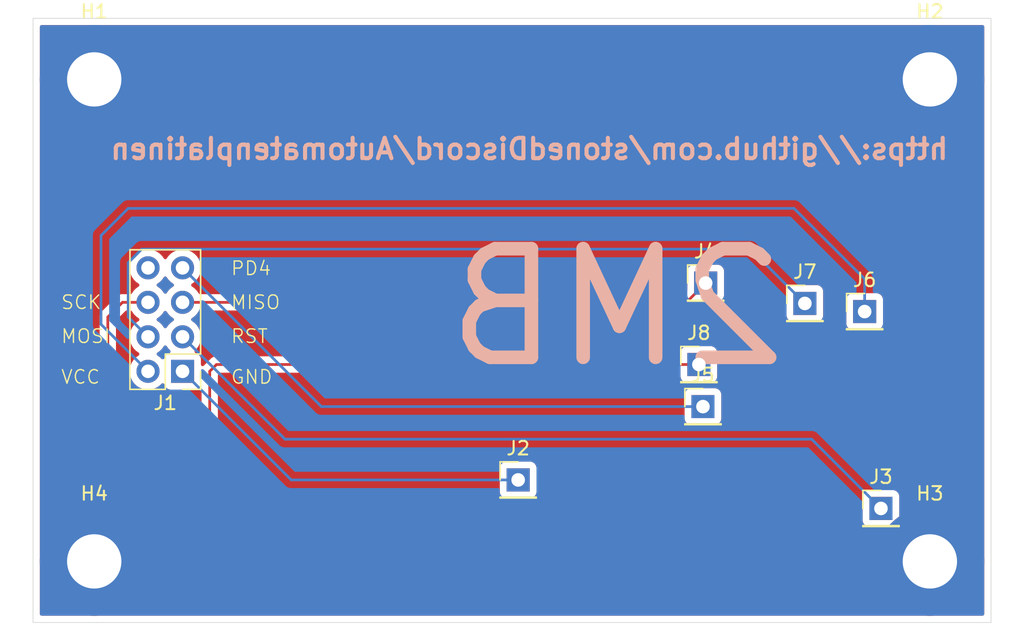
<source format=kicad_pcb>
(kicad_pcb (version 20240108) (generator "pcbnew") (generator_version "8.0")
  (layers (0 "F.Cu" signal) (31 "B.Cu" signal) (34 "B.Paste" user) (35 "F.Paste" user) (36 "B.SilkS" user "B.Silkscreen") (37 "F.SilkS" user "F.Silkscreen") (38 "B.Mask" user) (39 "F.Mask" user) (44 "Edge.Cuts" user))
  (net 0 "")
  (net 1 "Net-(J1-Pin_6)")
  (net 2 "Net-(J1-Pin_4)")
  (net 3 "Net-(J1-Pin_3)")
  (net 4 "/GND")
  (net 5 "Net-(J1-Pin_5)")
  (net 6 "Net-(J1-Pin_7)")
  (net 8 "Net-(J1-Pin_2)")
  (footprint "Connector_PinHeader_2.54mm:PinHeader_1x01_P2.54mm_Vertical" (layer "F.Cu") (at 173.4 104.1)
    (property "Reference" "J3" (at 0 -2.33 0) (layer "F.SilkS"))
    (property "Value" "Conn_01x01_Pin")
    (fp_line (start -1.33 -1.33) (end 0 -1.33) (stroke (width 0.12)) (layer "F.SilkS"))
    (fp_line (start -1.33 0) (end -1.33 -1.33) (stroke (width 0.12)) (layer "F.SilkS"))
    (fp_line (start -1.33 1.27) (end -1.33 1.33) (stroke (width 0.12)) (layer "F.SilkS"))
    (fp_line (start -1.33 1.27) (end 1.33 1.27) (stroke (width 0.12)) (layer "F.SilkS"))
    (fp_line (start -1.33 1.33) (end 1.33 1.33) (stroke (width 0.12)) (layer "F.SilkS"))
    (fp_line (start 1.33 1.27) (end 1.33 1.33) (stroke (width 0.12)) (layer "F.SilkS"))
    (pad "1" thru_hole rect (at 0 0) (size 1.7 1.7) (drill 1) (layers "*.Cu" "*.Mask") (net 3 "Net-(J1-Pin_3)"))
  )
  (footprint "Connector_PinHeader_2.54mm:PinHeader_1x01_P2.54mm_Vertical" (layer "F.Cu") (at 146.7 102)
    (property "Reference" "J2" (at 0 -2.33 0) (layer "F.SilkS"))
    (property "Value" "Conn_01x01_Pin")
    (fp_line (start -1.33 -1.33) (end 0 -1.33) (stroke (width 0.12)) (layer "F.SilkS"))
    (fp_line (start -1.33 0) (end -1.33 -1.33) (stroke (width 0.12)) (layer "F.SilkS"))
    (fp_line (start -1.33 1.27) (end -1.33 1.33) (stroke (width 0.12)) (layer "F.SilkS"))
    (fp_line (start -1.33 1.27) (end 1.33 1.27) (stroke (width 0.12)) (layer "F.SilkS"))
    (fp_line (start -1.33 1.33) (end 1.33 1.33) (stroke (width 0.12)) (layer "F.SilkS"))
    (fp_line (start 1.33 1.27) (end 1.33 1.33) (stroke (width 0.12)) (layer "F.SilkS"))
    (pad "1" thru_hole rect (at 0 0) (size 1.7 1.7) (drill 1) (layers "*.Cu" "*.Mask") (net 4 "/GND"))
  )
  (footprint "MountingHole:MountingHole_4mm_Pad" (layer "F.Cu") (at 115.5 108)
    (property "Reference" "H4" (at 0 -5 0) (layer "F.SilkS"))
    (property "Value" "MountingHole_Pad")
    (pad "1" thru_hole circle (at 0 0) (size 8 8) (drill 4) (layers "*.Cu" "*.Mask"))
  )
  (footprint "Connector_PinHeader_2.54mm:PinHeader_2x04_P2.54mm_Vertical" (layer "F.Cu") (at 122 94 180)
    (property "Reference" "J1" (at 1.27 -2.33 0) (layer "F.SilkS"))
    (property "Value" "Conn_02x04_Odd_Even")
    (fp_line (start 3.87 -1.33) (end 3.87 8.95) (stroke (width 0.12)) (layer "F.SilkS"))
    (fp_line (start 1.27 1.27) (end 1.27 -1.33) (stroke (width 0.12)) (layer "F.SilkS"))
    (fp_line (start 1.27 -1.33) (end 3.87 -1.33) (stroke (width 0.12)) (layer "F.SilkS"))
    (fp_line (start -1.33 8.95) (end 3.87 8.95) (stroke (width 0.12)) (layer "F.SilkS"))
    (fp_line (start -1.33 1.27) (end 1.27 1.27) (stroke (width 0.12)) (layer "F.SilkS"))
    (fp_line (start -1.33 1.27) (end -1.33 8.95) (stroke (width 0.12)) (layer "F.SilkS"))
    (fp_line (start -1.33 0) (end -1.33 -1.33) (stroke (width 0.12)) (layer "F.SilkS"))
    (fp_line (start -1.33 -1.33) (end 0 -1.33) (stroke (width 0.12)) (layer "F.SilkS"))
    (pad "1" thru_hole rect (at 0 0 180) (size 1.7 1.7) (drill 1) (layers "*.Cu" "*.Mask") (net 4 "/GND"))
    (pad "2" thru_hole oval (at 2.54 0 180) (size 1.7 1.7) (drill 1) (layers "*.Cu" "*.Mask") (net 8 "Net-(J1-Pin_2)"))
    (pad "3" thru_hole oval (at 0 2.54 180) (size 1.7 1.7) (drill 1) (layers "*.Cu" "*.Mask") (net 3 "Net-(J1-Pin_3)"))
    (pad "4" thru_hole oval (at 2.54 2.54 180) (size 1.7 1.7) (drill 1) (layers "*.Cu" "*.Mask") (net 2 "Net-(J1-Pin_4)"))
    (pad "5" thru_hole oval (at 0 5.08 180) (size 1.7 1.7) (drill 1) (layers "*.Cu" "*.Mask") (net 5 "Net-(J1-Pin_5)"))
    (pad "6" thru_hole oval (at 2.54 5.08 180) (size 1.7 1.7) (drill 1) (layers "*.Cu" "*.Mask") (net 1 "Net-(J1-Pin_6)"))
    (pad "7" thru_hole oval (at 0 7.62 180) (size 1.7 1.7) (drill 1) (layers "*.Cu" "*.Mask") (net 6 "Net-(J1-Pin_7)"))
    (pad "8" thru_hole oval (at 2.54 7.62 180) (size 1.7 1.7) (drill 1) (layers "*.Cu" "*.Mask"))
  )
  (footprint "MountingHole:MountingHole_4mm_Pad" (layer "F.Cu") (at 177 108)
    (property "Reference" "H3" (at 0 -5 0) (layer "F.SilkS"))
    (property "Value" "MountingHole_Pad")
    (pad "1" thru_hole circle (at 0 0) (size 8 8) (drill 4) (layers "*.Cu" "*.Mask"))
  )
  (footprint "MountingHole:MountingHole_4mm_Pad" (layer "F.Cu") (at 177 72.5)
    (property "Reference" "H2" (at 0 -5 0) (layer "F.SilkS"))
    (property "Value" "MountingHole_Pad")
    (pad "1" thru_hole circle (at 0 0) (size 8 8) (drill 4) (layers "*.Cu" "*.Mask"))
  )
  (footprint "Connector_PinHeader_2.54mm:PinHeader_1x01_P2.54mm_Vertical" (layer "F.Cu") (at 160.5 87.5)
    (property "Reference" "J4" (at 0 -2.33 0) (layer "F.SilkS"))
    (property "Value" "Conn_01x01_Pin")
    (fp_line (start -1.33 -1.33) (end 0 -1.33) (stroke (width 0.12)) (layer "F.SilkS"))
    (fp_line (start -1.33 0) (end -1.33 -1.33) (stroke (width 0.12)) (layer "F.SilkS"))
    (fp_line (start -1.33 1.27) (end -1.33 1.33) (stroke (width 0.12)) (layer "F.SilkS"))
    (fp_line (start -1.33 1.27) (end 1.33 1.27) (stroke (width 0.12)) (layer "F.SilkS"))
    (fp_line (start -1.33 1.33) (end 1.33 1.33) (stroke (width 0.12)) (layer "F.SilkS"))
    (fp_line (start 1.33 1.27) (end 1.33 1.33) (stroke (width 0.12)) (layer "F.SilkS"))
    (pad "1" thru_hole rect (at 0 0) (size 1.7 1.7) (drill 1) (layers "*.Cu" "*.Mask") (net 5 "Net-(J1-Pin_5)"))
  )
  (footprint "Connector_PinHeader_2.54mm:PinHeader_1x01_P2.54mm_Vertical" (layer "F.Cu") (at 172.2 89.6)
    (property "Reference" "J6" (at 0 -2.33 0) (layer "F.SilkS"))
    (property "Value" "Conn_01x01_Pin")
    (fp_line (start -1.33 -1.33) (end 0 -1.33) (stroke (width 0.12)) (layer "F.SilkS"))
    (fp_line (start -1.33 0) (end -1.33 -1.33) (stroke (width 0.12)) (layer "F.SilkS"))
    (fp_line (start -1.33 1.27) (end -1.33 1.33) (stroke (width 0.12)) (layer "F.SilkS"))
    (fp_line (start -1.33 1.27) (end 1.33 1.27) (stroke (width 0.12)) (layer "F.SilkS"))
    (fp_line (start -1.33 1.33) (end 1.33 1.33) (stroke (width 0.12)) (layer "F.SilkS"))
    (fp_line (start 1.33 1.27) (end 1.33 1.33) (stroke (width 0.12)) (layer "F.SilkS"))
    (pad "1" thru_hole rect (at 0 0) (size 1.7 1.7) (drill 1) (layers "*.Cu" "*.Mask") (net 8 "Net-(J1-Pin_2)"))
  )
  (footprint "MountingHole:MountingHole_4mm_Pad" (layer "F.Cu") (at 115.5 72.5)
    (property "Reference" "H1" (at 0 -5 0) (layer "F.SilkS"))
    (property "Value" "MountingHole_Pad")
    (pad "1" thru_hole circle (at 0 0) (size 8 8) (drill 4) (layers "*.Cu" "*.Mask"))
  )
  (footprint "Connector_PinHeader_2.54mm:PinHeader_1x01_P2.54mm_Vertical" (layer "F.Cu") (at 160.3 96.6)
    (property "Reference" "J5" (at 0 -2.33 0) (layer "F.SilkS"))
    (property "Value" "Conn_01x01_Pin")
    (fp_line (start -1.33 -1.33) (end 0 -1.33) (stroke (width 0.12)) (layer "F.SilkS"))
    (fp_line (start -1.33 0) (end -1.33 -1.33) (stroke (width 0.12)) (layer "F.SilkS"))
    (fp_line (start -1.33 1.27) (end -1.33 1.33) (stroke (width 0.12)) (layer "F.SilkS"))
    (fp_line (start -1.33 1.27) (end 1.33 1.27) (stroke (width 0.12)) (layer "F.SilkS"))
    (fp_line (start -1.33 1.33) (end 1.33 1.33) (stroke (width 0.12)) (layer "F.SilkS"))
    (fp_line (start 1.33 1.27) (end 1.33 1.33) (stroke (width 0.12)) (layer "F.SilkS"))
    (pad "1" thru_hole rect (at 0 0) (size 1.7 1.7) (drill 1) (layers "*.Cu" "*.Mask") (net 6 "Net-(J1-Pin_7)"))
  )
  (footprint "Connector_PinHeader_2.54mm:PinHeader_1x01_P2.54mm_Vertical" (layer "F.Cu") (at 160 93.5)
    (property "Reference" "J8" (at 0 -2.33 0) (layer "F.SilkS"))
    (property "Value" "Conn_01x01_Pin")
    (fp_line (start -1.33 -1.33) (end 0 -1.33) (stroke (width 0.12)) (layer "F.SilkS"))
    (fp_line (start -1.33 0) (end -1.33 -1.33) (stroke (width 0.12)) (layer "F.SilkS"))
    (fp_line (start -1.33 1.27) (end -1.33 1.33) (stroke (width 0.12)) (layer "F.SilkS"))
    (fp_line (start -1.33 1.27) (end 1.33 1.27) (stroke (width 0.12)) (layer "F.SilkS"))
    (fp_line (start -1.33 1.33) (end 1.33 1.33) (stroke (width 0.12)) (layer "F.SilkS"))
    (fp_line (start 1.33 1.27) (end 1.33 1.33) (stroke (width 0.12)) (layer "F.SilkS"))
    (pad "1" thru_hole rect (at 0 0) (size 1.7 1.7) (drill 1) (layers "*.Cu" "*.Mask") (net 1 "Net-(J1-Pin_6)"))
  )
  (footprint "Connector_PinHeader_2.54mm:PinHeader_1x01_P2.54mm_Vertical" (layer "F.Cu") (at 167.8 89)
    (property "Reference" "J7" (at 0 -2.33 0) (layer "F.SilkS"))
    (property "Value" "Conn_01x01_Pin")
    (fp_line (start -1.33 -1.33) (end 0 -1.33) (stroke (width 0.12)) (layer "F.SilkS"))
    (fp_line (start -1.33 0) (end -1.33 -1.33) (stroke (width 0.12)) (layer "F.SilkS"))
    (fp_line (start -1.33 1.27) (end -1.33 1.33) (stroke (width 0.12)) (layer "F.SilkS"))
    (fp_line (start -1.33 1.27) (end 1.33 1.27) (stroke (width 0.12)) (layer "F.SilkS"))
    (fp_line (start -1.33 1.33) (end 1.33 1.33) (stroke (width 0.12)) (layer "F.SilkS"))
    (fp_line (start 1.33 1.27) (end 1.33 1.33) (stroke (width 0.12)) (layer "F.SilkS"))
    (pad "1" thru_hole rect (at 0 0) (size 1.7 1.7) (drill 1) (layers "*.Cu" "*.Mask") (net 2 "Net-(J1-Pin_4)"))
  )
  (gr_rect (start 111 68) (end 181.5 112.5) (stroke (width 0.05)) (fill none) (layer "Edge.Cuts"))
  (gr_text "2MB" (at 167 94 0) (layer "B.SilkS") (effects (font (size 8 8) (thickness 1)) (justify left bottom mirror)))
  (gr_text "https://github.com/stonedDiscord/Automatenplatinen" (at 178.5 78.5 0) (layer "B.SilkS") (effects (font (size 1.5 1.5) (thickness 0.3) (bold yes)) (justify left bottom mirror)))
  (gr_text "MISO" (at 125.5 89.5 0) (layer "F.SilkS") (effects (font (size 1 1) (thickness 0.1)) (justify left bottom)))
  (gr_text "SCK" (at 113 89.5 0) (layer "F.SilkS") (effects (font (size 1 1) (thickness 0.1)) (justify left bottom)))
  (gr_text "VCC" (at 113 95 0) (layer "F.SilkS") (effects (font (size 1 1) (thickness 0.1)) (justify left bottom)))
  (gr_text "PD4" (at 125.5 87 0) (layer "F.SilkS") (effects (font (size 1 1) (thickness 0.1)) (justify left bottom)))
  (gr_text "MOSI" (at 113 92 0) (layer "F.SilkS") (effects (font (size 1 1) (thickness 0.1)) (justify left bottom)))
  (gr_text "GND" (at 125.5 95 0) (layer "F.SilkS") (effects (font (size 1 1) (thickness 0.1)) (justify left bottom)))
  (gr_text "RST" (at 125.5 92 0) (layer "F.SilkS") (effects (font (size 1 1) (thickness 0.1)) (justify left bottom)))
  (segment (start 116.5 97) (end 117.5 98) (width 0.2) (layer "F.Cu") (net 1))
  (segment (start 117.58 88.92) (end 116.5 90) (width 0.2) (layer "F.Cu") (net 1))
  (segment (start 119.46 88.92) (end 117.58 88.92) (width 0.2) (layer "F.Cu") (net 1))
  (segment (start 124 94) (end 124.5 93.5) (width 0.2) (layer "F.Cu") (net 1))
  (segment (start 124.5 93.5) (end 160 93.5) (width 0.2) (layer "F.Cu") (net 1))
  (segment (start 116.5 90) (end 116.5 97) (width 0.2) (layer "F.Cu") (net 1))
  (segment (start 124 98) (end 124 94) (width 0.2) (layer "F.Cu") (net 1))
  (segment (start 117.5 98) (end 124 98) (width 0.2) (layer "F.Cu") (net 1))
  (segment (start 118 90) (end 119.46 91.46) (width 0.2) (layer "B.Cu") (net 2))
  (segment (start 167.8 89) (end 163.8 85) (width 0.2) (layer "B.Cu") (net 2))
  (segment (start 118 86) (end 118 90) (width 0.2) (layer "B.Cu") (net 2))
  (segment (start 163.8 85) (end 119 85) (width 0.2) (layer "B.Cu") (net 2))
  (segment (start 119 85) (end 118 86) (width 0.2) (layer "B.Cu") (net 2))
  (segment (start 168.3 99) (end 129.54 99) (width 0.2) (layer "B.Cu") (net 3))
  (segment (start 173.4 104.1) (end 168.3 99) (width 0.2) (layer "B.Cu") (net 3))
  (segment (start 129.54 99) (end 122 91.46) (width 0.2) (layer "B.Cu") (net 3))
  (segment (start 146.7 102) (end 130 102) (width 0.2) (layer "B.Cu") (net 4))
  (segment (start 130 102) (end 122 94) (width 0.2) (layer "B.Cu") (net 4))
  (segment (start 159.08 88.92) (end 160.5 87.5) (width 0.2) (layer "F.Cu") (net 5))
  (segment (start 122 88.92) (end 159.08 88.92) (width 0.2) (layer "F.Cu") (net 5))
  (segment (start 132.22 96.6) (end 122 86.38) (width 0.2) (layer "B.Cu") (net 6))
  (segment (start 160.3 96.6) (end 132.22 96.6) (width 0.2) (layer "B.Cu") (net 6))
  (segment (start 116 90.54) (end 116 84) (width 0.2) (layer "B.Cu") (net 8))
  (segment (start 119.46 94) (end 116 90.54) (width 0.2) (layer "B.Cu") (net 8))
  (segment (start 167 82) (end 172.2 87.2) (width 0.2) (layer "B.Cu") (net 8))
  (segment (start 118 82) (end 167 82) (width 0.2) (layer "B.Cu") (net 8))
  (segment (start 116 84) (end 118 82) (width 0.2) (layer "B.Cu") (net 8))
  (segment (start 172.2 87.2) (end 172.2 89.6) (width 0.2) (layer "B.Cu") (net 8))
  (zone (net 0) (net_name "") (layers "F&B.Cu") (connect_pads (clearance 0.5)) (min_thickness 0.25) (fill yes (thermal_gap 0.5) (thermal_bridge_width 0.5) (island_removal_mode 1) (island_area_min 10))
    (polygon (pts (xy 111.5 68.5) (xy 111.5 112) (xy 181 112) (xy 181 68.5)))
  )
)
</source>
